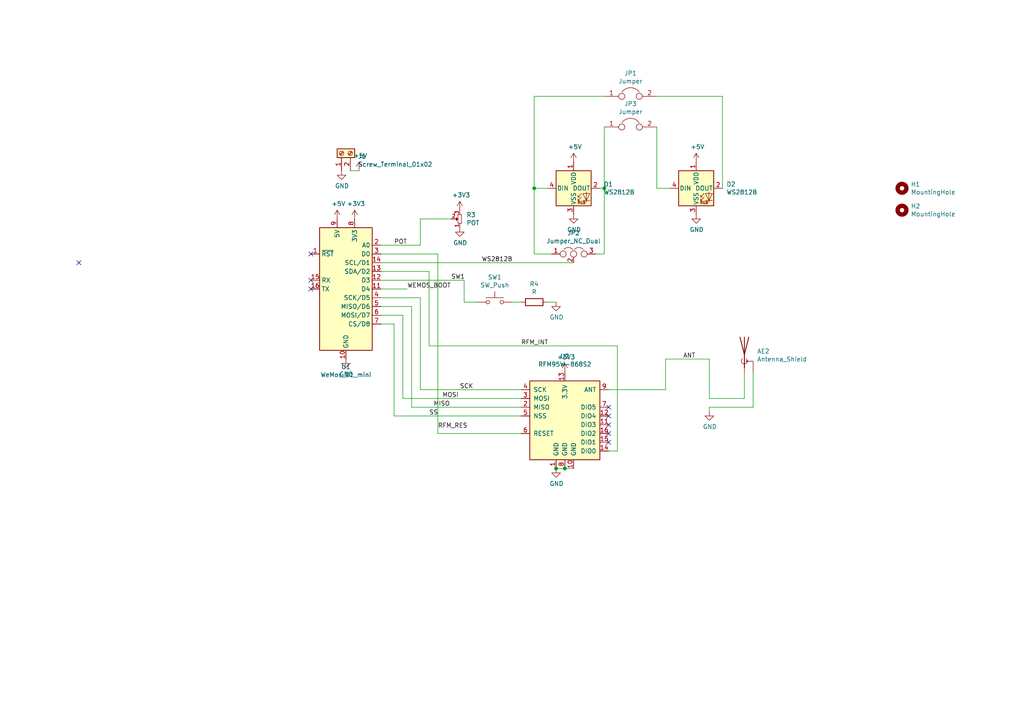
<source format=kicad_sch>
(kicad_sch (version 20211123) (generator eeschema)
  (paper "A4")
  (lib_symbols
    (symbol "Camera-Tally-rescue:Jumper-Device" (pin_names (offset 0.762) hide)
      (property "Reference" "JP" (at 0 3.81 0))
      (property "Value" "Jumper-Device" (at 0 -2.032 0))
      (symbol "Jumper-Device_0_1"
        (circle (center -2.54 0) (radius 0.889))
        (arc (start 2.5146 1.27) (mid 0.0078 2.5097) (end -2.4892 1.27))
        (circle (center 2.54 0) (radius 0.889))
        (pin passive line (at -7.62 0 0) (length 4.191) (name "1") (number "1"))
        (pin passive line (at 7.62 0 180) (length 4.191) (name "2") (number "2"))
      )
    )
    (symbol "Camera-Tally-rescue:Jumper_NC_Dual-Device" (pin_names (offset 0.762) hide)
      (property "Reference" "JP" (at 1.27 -2.54 0))
      (property "Value" "Jumper_NC_Dual-Device" (at 0 2.54 0))
      (symbol "Jumper_NC_Dual-Device_0_1"
        (circle (center -3.048 0) (radius 0.889))
        (arc (start -0.254 1.27) (mid -1.524 1.8804) (end -2.794 1.27))
        (circle (center 0 0) (radius 0.9144))
        (arc (start 2.794 1.27) (mid 1.524 1.8804) (end 0.254 1.27))
        (circle (center 3.048 0) (radius 0.889))
        (pin passive line (at -6.35 0 0) (length 2.413) (name "1") (number "1"))
        (pin passive line (at 0 -2.54 90) (length 1.524) (name "2") (number "2"))
        (pin passive line (at 6.35 0 180) (length 2.413) (name "3") (number "3"))
      )
    )
    (symbol "Camera-Tally-rescue:POT-w_device" (pin_names (offset 1.016) hide)
      (property "Reference" "R" (at 0 -1.27 0))
      (property "Value" "POT-w_device" (at 0 -2.54 0))
      (symbol "POT-w_device_0_0"
        (rectangle (start -1.27 0.508) (end 1.27 -0.508))
      )
      (symbol "POT-w_device_0_1"
        (polyline (pts (xy 0 0.508) (xy -0.508 1.016) (xy 0.508 1.016)) (fill (type outline)))
      )
      (symbol "POT-w_device_1_1"
        (pin passive line (at -2.54 0 0) (length 1.27) (name "1") (number "1"))
        (pin passive line (at 0 2.54 270) (length 1.524) (name "2") (number "2"))
        (pin passive line (at 2.54 0 180) (length 1.27) (name "3") (number "3"))
      )
    )
    (symbol "Connector:Screw_Terminal_01x02" (pin_names (offset 1.016) hide)
      (property "Reference" "J" (at 0 2.54 0))
      (property "Value" "Screw_Terminal_01x02" (at 0 -5.08 0))
      (symbol "Screw_Terminal_01x02_1_1"
        (rectangle (start -1.27 1.27) (end 1.27 -3.81) (stroke (width 0.254)) (fill (type background)))
        (circle (center 0 -2.54) (radius 0.635) (stroke (width 0.1524)))
        (polyline (pts (xy -0.5334 -2.2098) (xy 0.3302 -3.048)) (stroke (width 0.1524)))
        (polyline (pts (xy -0.5334 0.3302) (xy 0.3302 -0.508)) (stroke (width 0.1524)))
        (polyline (pts (xy -0.3556 -2.032) (xy 0.508 -2.8702)) (stroke (width 0.1524)))
        (polyline (pts (xy -0.3556 0.508) (xy 0.508 -0.3302)) (stroke (width 0.1524)))
        (circle (center 0 0) (radius 0.635) (stroke (width 0.1524)))
        (pin passive line (at -5.08 0 0) (length 3.81) (name "Pin_1") (number "1"))
        (pin passive line (at -5.08 -2.54 0) (length 3.81) (name "Pin_2") (number "2"))
      )
    )
    (symbol "Device:Antenna_Shield" (pin_numbers hide) (pin_names (offset 1.016) hide)
      (property "Reference" "AE" (at -1.905 4.445 0))
      (property "Value" "Antenna_Shield" (at -1.905 2.54 0))
      (symbol "Antenna_Shield_0_1"
        (arc (start -0.508 -1.143) (mid -0.8429 -2.1194) (end 0 -2.667))
        (arc (start 0 -2.667) (mid 0.7989 -2.1052) (end 0.508 -1.143))
        (polyline (pts (xy 0 -2.54) (xy 0 0)))
        (polyline (pts (xy 0 5.08) (xy 0 -3.81)) (stroke (width 0.254)))
        (polyline (pts (xy 0.762 -1.905) (xy 2.54 -1.905)))
        (polyline (pts (xy 2.54 -2.54) (xy 2.54 -1.905)))
        (polyline (pts (xy 1.27 5.08) (xy 0 0) (xy -1.27 5.08)) (stroke (width 0.254)))
        (circle (center 0.762 -1.905) (radius 0.1778) (fill (type outline)))
      )
      (symbol "Antenna_Shield_1_1"
        (pin input line (at 0 -5.08 90) (length 2.54) (name "A") (number "1"))
        (pin input line (at 2.54 -5.08 90) (length 2.54) (name "Shield") (number "2"))
      )
    )
    (symbol "Device:R" (pin_numbers hide) (pin_names (offset 0))
      (property "Reference" "R" (at 2.032 0 90))
      (property "Value" "R" (at 0 0 90))
      (symbol "R_0_1"
        (rectangle (start -1.016 -2.54) (end 1.016 2.54) (stroke (width 0.254)))
      )
      (symbol "R_1_1"
        (pin passive line (at 0 3.81 270) (length 1.27) (name "~") (number "1"))
        (pin passive line (at 0 -3.81 90) (length 1.27) (name "~") (number "2"))
      )
    )
    (symbol "LED:WS2812B" (pin_names (offset 0.254))
      (property "Reference" "D" (at 5.08 5.715 0))
      (property "Value" "WS2812B" (at 1.27 -5.715 0))
      (symbol "WS2812B_0_0"
        (text "RGB" (at 2.286 -4.191 0) (effects (font (size 0.762 0.762))))
      )
      (symbol "WS2812B_0_1"
        (polyline (pts (xy 1.27 -3.556) (xy 1.778 -3.556)))
        (polyline (pts (xy 1.27 -2.54) (xy 1.778 -2.54)))
        (polyline (pts (xy 4.699 -3.556) (xy 2.667 -3.556)))
        (polyline (pts (xy 2.286 -2.54) (xy 1.27 -3.556) (xy 1.27 -3.048)))
        (polyline (pts (xy 2.286 -1.524) (xy 1.27 -2.54) (xy 1.27 -2.032)))
        (polyline (pts (xy 3.683 -1.016) (xy 3.683 -3.556) (xy 3.683 -4.064)))
        (polyline (pts (xy 4.699 -1.524) (xy 2.667 -1.524) (xy 3.683 -3.556) (xy 4.699 -1.524)))
        (rectangle (start 5.08 5.08) (end -5.08 -5.08) (stroke (width 0.254)) (fill (type background)))
      )
      (symbol "WS2812B_1_1"
        (pin power_in line (at 0 7.62 270) (length 2.54) (name "VDD") (number "1"))
        (pin output line (at 7.62 0 180) (length 2.54) (name "DOUT") (number "2"))
        (pin power_in line (at 0 -7.62 90) (length 2.54) (name "VSS") (number "3"))
        (pin input line (at -7.62 0 0) (length 2.54) (name "DIN") (number "4"))
      )
    )
    (symbol "MCU_Module:WeMos_D1_mini"
      (property "Reference" "U" (at 3.81 19.05 0))
      (property "Value" "WeMos_D1_mini" (at 1.27 -19.05 0))
      (symbol "WeMos_D1_mini_1_1"
        (rectangle (start -7.62 17.78) (end 7.62 -17.78) (stroke (width 0.254)) (fill (type background)))
        (pin input line (at -10.16 10.16 0) (length 2.54) (name "~{RST}") (number "1"))
        (pin power_in line (at 0 -20.32 90) (length 2.54) (name "GND") (number "10"))
        (pin bidirectional line (at 10.16 0 180) (length 2.54) (name "D4") (number "11"))
        (pin bidirectional line (at 10.16 2.54 180) (length 2.54) (name "D3") (number "12"))
        (pin bidirectional line (at 10.16 5.08 180) (length 2.54) (name "SDA/D2") (number "13"))
        (pin bidirectional line (at 10.16 7.62 180) (length 2.54) (name "SCL/D1") (number "14"))
        (pin input line (at -10.16 2.54 0) (length 2.54) (name "RX") (number "15"))
        (pin output line (at -10.16 0 0) (length 2.54) (name "TX") (number "16"))
        (pin input line (at 10.16 12.7 180) (length 2.54) (name "A0") (number "2"))
        (pin bidirectional line (at 10.16 10.16 180) (length 2.54) (name "D0") (number "3"))
        (pin bidirectional line (at 10.16 -2.54 180) (length 2.54) (name "SCK/D5") (number "4"))
        (pin bidirectional line (at 10.16 -5.08 180) (length 2.54) (name "MISO/D6") (number "5"))
        (pin bidirectional line (at 10.16 -7.62 180) (length 2.54) (name "MOSI/D7") (number "6"))
        (pin bidirectional line (at 10.16 -10.16 180) (length 2.54) (name "CS/D8") (number "7"))
        (pin power_out line (at 2.54 20.32 270) (length 2.54) (name "3V3") (number "8"))
        (pin power_in line (at -2.54 20.32 270) (length 2.54) (name "5V") (number "9"))
      )
    )
    (symbol "Mechanical:MountingHole" (pin_names (offset 1.016))
      (property "Reference" "H" (at 0 5.08 0))
      (property "Value" "MountingHole" (at 0 3.175 0))
      (symbol "MountingHole_0_1"
        (circle (center 0 0) (radius 1.27) (stroke (width 1.27)))
      )
    )
    (symbol "RF_Module:RFM95W-868S2" (pin_names (offset 1.016))
      (property "Reference" "U" (at -10.414 11.684 0))
      (property "Value" "RFM95W-868S2" (at 1.524 11.43 0))
      (symbol "RFM95W-868S2_0_1"
        (rectangle (start -10.16 10.16) (end 10.16 -12.7) (stroke (width 0.254)) (fill (type background)))
      )
      (symbol "RFM95W-868S2_1_1"
        (pin power_in line (at -2.54 -15.24 90) (length 2.54) (name "GND") (number "1"))
        (pin power_in line (at 2.54 -15.24 90) (length 2.54) (name "GND") (number "10"))
        (pin bidirectional line (at 12.7 -2.54 180) (length 2.54) (name "DIO3") (number "11"))
        (pin bidirectional line (at 12.7 0 180) (length 2.54) (name "DIO4") (number "12"))
        (pin power_in line (at 0 12.7 270) (length 2.54) (name "3.3V") (number "13"))
        (pin bidirectional line (at 12.7 -10.16 180) (length 2.54) (name "DIO0") (number "14"))
        (pin bidirectional line (at 12.7 -7.62 180) (length 2.54) (name "DIO1") (number "15"))
        (pin bidirectional line (at 12.7 -5.08 180) (length 2.54) (name "DIO2") (number "16"))
        (pin output line (at -12.7 2.54 0) (length 2.54) (name "MISO") (number "2"))
        (pin input line (at -12.7 5.08 0) (length 2.54) (name "MOSI") (number "3"))
        (pin input line (at -12.7 7.62 0) (length 2.54) (name "SCK") (number "4"))
        (pin input line (at -12.7 0 0) (length 2.54) (name "NSS") (number "5"))
        (pin bidirectional line (at -12.7 -5.08 0) (length 2.54) (name "RESET") (number "6"))
        (pin bidirectional line (at 12.7 2.54 180) (length 2.54) (name "DIO5") (number "7"))
        (pin power_in line (at 0 -15.24 90) (length 2.54) (name "GND") (number "8"))
        (pin bidirectional line (at 12.7 7.62 180) (length 2.54) (name "ANT") (number "9"))
      )
    )
    (symbol "Switch:SW_Push" (pin_numbers hide) (pin_names (offset 1.016) hide)
      (property "Reference" "SW" (at 1.27 2.54 0))
      (property "Value" "SW_Push" (at 0 -1.524 0))
      (symbol "SW_Push_0_1"
        (circle (center -2.032 0) (radius 0.508))
        (polyline (pts (xy 0 1.27) (xy 0 3.048)))
        (polyline (pts (xy 2.54 1.27) (xy -2.54 1.27)))
        (circle (center 2.032 0) (radius 0.508))
        (pin passive line (at -5.08 0 0) (length 2.54) (name "1") (number "1"))
        (pin passive line (at 5.08 0 180) (length 2.54) (name "2") (number "2"))
      )
    )
    (symbol "power:+3V3" (power) (pin_names (offset 0))
      (property "Value" "+3V3" (at 0 3.556 0))
      (symbol "+3V3_0_1"
        (polyline (pts (xy -0.762 1.27) (xy 0 2.54)))
        (polyline (pts (xy 0 0) (xy 0 2.54)))
        (polyline (pts (xy 0 2.54) (xy 0.762 1.27)))
      )
      (symbol "+3V3_1_1"
        (pin power_in line (at 0 0 90) (length 0) hide (name "+3V3") (number "1"))
      )
    )
    (symbol "power:+5V" (power) (pin_names (offset 0))
      (property "Value" "+5V" (at 0 3.556 0))
      (symbol "+5V_0_1"
        (polyline (pts (xy -0.762 1.27) (xy 0 2.54)))
        (polyline (pts (xy 0 0) (xy 0 2.54)))
        (polyline (pts (xy 0 2.54) (xy 0.762 1.27)))
      )
      (symbol "+5V_1_1"
        (pin power_in line (at 0 0 90) (length 0) hide (name "+5V") (number "1"))
      )
    )
    (symbol "power:GND" (power) (pin_names (offset 0))
      (property "Value" "GND" (at 0 -3.81 0))
      (symbol "GND_0_1"
        (polyline (pts (xy 0 0) (xy 0 -1.27) (xy 1.27 -1.27) (xy 0 -2.54) (xy -1.27 -1.27) (xy 0 -1.27)))
      )
      (symbol "GND_1_1"
        (pin power_in line (at 0 0 270) (length 0) hide (name "GND") (number "1"))
      )
    )
  )
  (junction (at 163.83 135.89))
  (junction (at 154.94 54.61))
  (junction (at 161.29 135.89))
  (junction (at 175.26 54.61))
  (no_connect (at 22.86 76.2))
  (no_connect (at 90.17 73.66))
  (no_connect (at 176.53 120.65))
  (no_connect (at 176.53 128.27))
  (no_connect (at 90.17 83.82))
  (no_connect (at 176.53 125.73))
  (no_connect (at 90.17 81.28))
  (no_connect (at 176.53 123.19))
  (no_connect (at 176.53 118.11))
  (wire (pts (xy 121.92 86.36) (xy 121.92 113.03)))
  (wire (pts (xy 175.26 73.66) (xy 175.26 54.61)))
  (wire (pts (xy 110.49 83.82) (xy 118.11 83.82)))
  (wire (pts (xy 110.49 86.36) (xy 121.92 86.36)))
  (wire (pts (xy 179.07 100.33) (xy 124.46 100.33)))
  (wire (pts (xy 110.49 91.44) (xy 116.84 91.44)))
  (wire (pts (xy 119.38 88.9) (xy 110.49 88.9)))
  (wire (pts (xy 193.04 104.14) (xy 193.04 113.03)))
  (wire (pts (xy 127 125.73) (xy 151.13 125.73)))
  (wire (pts (xy 127 125.73) (xy 127 73.66)))
  (wire (pts (xy 190.5 36.83) (xy 190.5 54.61)))
  (wire (pts (xy 193.04 104.14) (xy 205.74 104.14)))
  (wire (pts (xy 175.26 36.83) (xy 175.26 54.61)))
  (wire (pts (xy 176.53 130.81) (xy 179.07 130.81)))
  (wire (pts (xy 134.62 81.28) (xy 110.49 81.28)))
  (wire (pts (xy 127 73.66) (xy 110.49 73.66)))
  (wire (pts (xy 215.9 115.57) (xy 215.9 107.95)))
  (wire (pts (xy 218.44 118.11) (xy 218.44 107.95)))
  (wire (pts (xy 175.26 54.61) (xy 173.99 54.61)))
  (wire (pts (xy 205.74 119.38) (xy 205.74 118.11)))
  (wire (pts (xy 160.02 73.66) (xy 154.94 73.66)))
  (wire (pts (xy 121.92 63.5) (xy 130.81 63.5)))
  (wire (pts (xy 172.72 73.66) (xy 175.26 73.66)))
  (wire (pts (xy 151.13 118.11) (xy 119.38 118.11)))
  (wire (pts (xy 154.94 73.66) (xy 154.94 54.61)))
  (wire (pts (xy 151.13 120.65) (xy 114.3 120.65)))
  (wire (pts (xy 154.94 54.61) (xy 158.75 54.61)))
  (wire (pts (xy 205.74 115.57) (xy 215.9 115.57)))
  (wire (pts (xy 110.49 71.12) (xy 121.92 71.12)))
  (wire (pts (xy 163.83 135.89) (xy 166.37 135.89)))
  (wire (pts (xy 158.75 87.63) (xy 161.29 87.63)))
  (wire (pts (xy 175.26 27.94) (xy 154.94 27.94)))
  (wire (pts (xy 205.74 118.11) (xy 218.44 118.11)))
  (wire (pts (xy 148.59 87.63) (xy 151.13 87.63)))
  (wire (pts (xy 116.84 115.57) (xy 151.13 115.57)))
  (wire (pts (xy 114.3 120.65) (xy 114.3 93.98)))
  (wire (pts (xy 209.55 54.61) (xy 209.55 27.94)))
  (wire (pts (xy 119.38 118.11) (xy 119.38 88.9)))
  (wire (pts (xy 209.55 27.94) (xy 190.5 27.94)))
  (wire (pts (xy 124.46 78.74) (xy 110.49 78.74)))
  (wire (pts (xy 161.29 135.89) (xy 163.83 135.89)))
  (wire (pts (xy 154.94 27.94) (xy 154.94 54.61)))
  (wire (pts (xy 205.74 104.14) (xy 205.74 115.57)))
  (wire (pts (xy 179.07 130.81) (xy 179.07 100.33)))
  (wire (pts (xy 134.62 81.28) (xy 134.62 87.63)))
  (wire (pts (xy 121.92 113.03) (xy 151.13 113.03)))
  (wire (pts (xy 138.43 87.63) (xy 134.62 87.63)))
  (wire (pts (xy 121.92 71.12) (xy 121.92 63.5)))
  (wire (pts (xy 110.49 76.2) (xy 166.37 76.2)))
  (wire (pts (xy 176.53 113.03) (xy 193.04 113.03)))
  (wire (pts (xy 101.6 49.53) (xy 104.14 49.53)))
  (wire (pts (xy 116.84 91.44) (xy 116.84 115.57)))
  (wire (pts (xy 124.46 100.33) (xy 124.46 78.74)))
  (wire (pts (xy 114.3 93.98) (xy 110.49 93.98)))
  (wire (pts (xy 190.5 54.61) (xy 194.31 54.61)))
  (label "MOSI" (at 128.27 115.57 0))
  (label "RFM_RES" (at 127 124.46 0))
  (label "RFM_INT" (at 151.13 100.33 0))
  (label "ANT" (at 198.12 104.14 0))
  (label "WS2812B" (at 139.7 76.2 0))
  (label "SS" (at 124.46 120.65 0))
  (label "MISO" (at 125.73 118.11 0))
  (label "WEMOS_BOOT" (at 118.11 83.82 0))
  (label "POT" (at 114.3 71.12 0))
  (label "SW1" (at 130.81 81.28 0))
  (label "SCK" (at 133.35 113.03 0))
  (symbol (lib_id "MCU_Module:WeMos_D1_mini") (at 100.33 83.82 0) (unit 1)
    (property "Reference" "U1" (at 100.33 106.4006 0))
    (property "Value" "WeMos_D1_mini" (at 100.33 108.712 0))
    (property "Footprint" "Module:WEMOS_D1_mini_light" (effects hide))
    (property "Datasheet" "https://wiki.wemos.cc/products:d1:d1_mini#documentation" (effects hide))
  )
  (symbol (lib_id "Camera-Tally-rescue:POT-w_device") (at 133.35 63.5 90) (unit 1)
    (property "Reference" "R3" (at 135.2804 62.3316 90) (effects (justify right)))
    (property "Value" "POT" (at 135.2804 64.643 90) (effects (justify right)))
    (property "Footprint" "Potentiometer_THT:Potentiometer_ACP_CA9-V10_Vertical" (effects hide))
  )
  (symbol (lib_id "Connector:Screw_Terminal_01x02") (at 99.06 44.45 90) (unit 1)
    (property "Reference" "J1" (at 103.8352 45.3644 90) (effects (justify right)))
    (property "Value" "Screw_Terminal_01x02" (at 103.8352 47.6758 90) (effects (justify right)))
    (property "Footprint" "Connector_PinHeader_2.54mm:PinHeader_1x02_P2.54mm_Vertical" (effects hide))
  )
  (symbol (lib_id "power:+5V") (at 97.79 63.5 0) (unit 1)
    (property "Reference" "#PWR0102" (effects hide))
    (property "Value" "+5V" (at 98.171 59.1058 0))
  )
  (symbol (lib_id "power:GND") (at 100.33 104.14 0) (unit 1)
    (property "Reference" "#PWR0106" (effects hide))
    (property "Value" "GND" (at 100.457 108.5342 0))
  )
  (symbol (lib_id "power:GND") (at 99.06 49.53 0) (unit 1)
    (property "Reference" "#PWR0107" (effects hide))
    (property "Value" "GND" (at 99.187 53.9242 0))
  )
  (symbol (lib_id "power:GND") (at 133.35 66.04 0) (unit 1)
    (property "Reference" "#PWR0110" (effects hide))
    (property "Value" "GND" (at 133.477 70.4342 0))
  )
  (symbol (lib_id "RF_Module:RFM95W-868S2") (at 163.83 120.65 0) (unit 1)
    (property "Reference" "U2" (at 163.83 103.3526 0))
    (property "Value" "RFM95W-868S2" (at 163.83 105.664 0))
    (property "Footprint" "RF_Module:RFM9X-SMD" (effects hide))
    (property "Datasheet" "https://www.hoperf.com/data/upload/portal/20181127/5bfcbea20e9ef.pdf" (effects hide))
  )
  (symbol (lib_id "power:+3V3") (at 102.87 63.5 0) (unit 1)
    (property "Reference" "#PWR0111" (effects hide))
    (property "Value" "+3V3" (at 103.251 59.1058 0))
  )
  (symbol (lib_id "power:+3V3") (at 163.83 107.95 0) (unit 1)
    (property "Reference" "#PWR0112" (effects hide))
    (property "Value" "+3V3" (at 164.211 103.5558 0))
  )
  (symbol (lib_id "power:GND") (at 161.29 135.89 0) (unit 1)
    (property "Reference" "#PWR0113" (effects hide))
    (property "Value" "GND" (at 161.417 140.2842 0))
  )
  (symbol (lib_id "Switch:SW_Push") (at 143.51 87.63 0) (unit 1)
    (property "Reference" "SW1" (at 143.51 80.391 0))
    (property "Value" "SW_Push" (at 143.51 82.7024 0))
    (property "Footprint" "Button_Switch_THT:SW_PUSH_6mm_H7.3mm" (effects hide))
  )
  (symbol (lib_id "Device:R") (at 154.94 87.63 270) (unit 1)
    (property "Reference" "R4" (at 154.94 82.3722 90))
    (property "Value" "R" (at 154.94 84.6836 90))
    (property "Footprint" "Resistor_SMD:R_1206_3216Metric_Pad1.30x1.75mm_HandSolder" (effects hide))
  )
  (symbol (lib_id "power:GND") (at 205.74 119.38 0) (unit 1)
    (property "Reference" "#PWR0120" (effects hide))
    (property "Value" "GND" (at 205.867 123.7742 0))
  )
  (symbol (lib_id "Camera-Tally-rescue:Jumper_NC_Dual-Device") (at 166.37 73.66 0) (unit 1)
    (property "Reference" "JP2" (at 166.37 67.5894 0))
    (property "Value" "Jumper_NC_Dual" (at 166.37 69.9008 0))
    (property "Footprint" "Jumper:SolderJumper-3_P1.3mm_Open_RoundedPad1.0x1.5mm" (effects hide))
  )
  (symbol (lib_id "LED:WS2812B") (at 166.37 54.61 0) (unit 1)
    (property "Reference" "D1" (at 175.1076 53.4416 0) (effects (justify left)))
    (property "Value" "WS2812B" (at 175.1076 55.753 0) (effects (justify left)))
    (property "Footprint" "Module:WS2812B_8x_5cm" (effects hide))
    (property "Datasheet" "https://cdn-shop.adafruit.com/datasheets/WS2812B.pdf" (effects hide))
  )
  (symbol (lib_id "LED:WS2812B") (at 201.93 54.61 0) (unit 1)
    (property "Reference" "D2" (at 210.6676 53.4416 0) (effects (justify left)))
    (property "Value" "WS2812B" (at 210.6676 55.753 0) (effects (justify left)))
    (property "Footprint" "Module:WS2812B_8x_5cm" (effects hide))
    (property "Datasheet" "https://cdn-shop.adafruit.com/datasheets/WS2812B.pdf" (effects hide))
  )
  (symbol (lib_id "power:+5V") (at 166.37 46.99 0) (unit 1)
    (property "Reference" "#PWR0103" (effects hide))
    (property "Value" "+5V" (at 166.751 42.5958 0))
  )
  (symbol (lib_id "power:+5V") (at 201.93 46.99 0) (unit 1)
    (property "Reference" "#PWR0104" (effects hide))
    (property "Value" "+5V" (at 202.311 42.5958 0))
  )
  (symbol (lib_id "power:GND") (at 166.37 62.23 0) (unit 1)
    (property "Reference" "#PWR0108" (effects hide))
    (property "Value" "GND" (at 166.497 66.6242 0))
  )
  (symbol (lib_id "power:GND") (at 201.93 62.23 0) (unit 1)
    (property "Reference" "#PWR0109" (effects hide))
    (property "Value" "GND" (at 202.057 66.6242 0))
  )
  (symbol (lib_id "power:+3V3") (at 133.35 60.96 0) (unit 1)
    (property "Reference" "#PWR0105" (effects hide))
    (property "Value" "+3V3" (at 133.731 56.5658 0))
  )
  (symbol (lib_id "power:+5V") (at 104.14 49.53 0) (unit 1)
    (property "Reference" "#PWR0114" (effects hide))
    (property "Value" "+5V" (at 104.521 45.1358 0))
  )
  (symbol (lib_id "Camera-Tally-rescue:Jumper-Device") (at 182.88 27.94 0) (unit 1)
    (property "Reference" "JP1" (at 182.88 21.2344 0))
    (property "Value" "Jumper" (at 182.88 23.5458 0))
    (property "Footprint" "Jumper:SolderJumper-2_P1.3mm_Open_RoundedPad1.0x1.5mm" (effects hide))
  )
  (symbol (lib_id "Camera-Tally-rescue:Jumper-Device") (at 182.88 36.83 0) (unit 1)
    (property "Reference" "JP3" (at 182.88 30.1244 0))
    (property "Value" "Jumper" (at 182.88 32.4358 0))
    (property "Footprint" "Jumper:SolderJumper-2_P1.3mm_Open_RoundedPad1.0x1.5mm" (effects hide))
  )
  (symbol (lib_id "power:GND") (at 161.29 87.63 0) (unit 1)
    (property "Reference" "#PWR0117" (effects hide))
    (property "Value" "GND" (at 161.417 92.0242 0))
  )
  (symbol (lib_id "Mechanical:MountingHole") (at 261.62 54.61 0) (unit 1)
    (property "Reference" "H1" (at 264.16 53.4416 0) (effects (justify left)))
    (property "Value" "MountingHole" (at 264.16 55.753 0) (effects (justify left)))
    (property "Footprint" "MountingHole:MountingHole_3.2mm_M3" (effects hide))
  )
  (symbol (lib_id "Mechanical:MountingHole") (at 261.62 60.96 0) (unit 1)
    (property "Reference" "H2" (at 264.16 59.7916 0) (effects (justify left)))
    (property "Value" "MountingHole" (at 264.16 62.103 0) (effects (justify left)))
    (property "Footprint" "MountingHole:MountingHole_3.2mm_M3" (effects hide))
  )
  (symbol (lib_id "Device:Antenna_Shield") (at 215.9 102.87 0) (unit 1)
    (property "Reference" "AE2" (at 219.5576 101.8794 0) (effects (justify left)))
    (property "Value" "Antenna_Shield" (at 219.5576 104.1908 0) (effects (justify left)))
    (property "Footprint" "Connector_Coaxial:SMA_Wurth_60312002114503_Vertical" (effects hide))
  )
)
</source>
